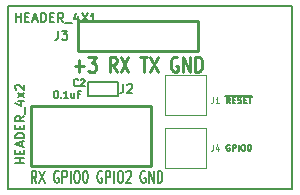
<source format=gbr>
G04 #@! TF.FileFunction,Legend,Top*
%FSLAX46Y46*%
G04 Gerber Fmt 4.6, Leading zero omitted, Abs format (unit mm)*
G04 Created by KiCad (PCBNEW 4.0.7) date 03/28/19 15:30:28*
%MOMM*%
%LPD*%
G01*
G04 APERTURE LIST*
%ADD10C,0.050000*%
%ADD11C,0.200000*%
%ADD12C,0.175000*%
%ADD13C,0.250000*%
%ADD14C,0.127000*%
%ADD15C,0.254000*%
%ADD16C,0.050800*%
%ADD17C,0.150000*%
%ADD18C,0.190500*%
%ADD19C,0.112500*%
G04 APERTURE END LIST*
D10*
D11*
X110000000Y-53000000D02*
X86000000Y-53000000D01*
X110000000Y-68500000D02*
X110000000Y-53000000D01*
X86000000Y-68500000D02*
X110000000Y-68500000D01*
X86000000Y-53000000D02*
X86000000Y-68500000D01*
D12*
X88383335Y-67952381D02*
X88150001Y-67476190D01*
X87983335Y-67952381D02*
X87983335Y-66952381D01*
X88250001Y-66952381D01*
X88316668Y-67000000D01*
X88350001Y-67047619D01*
X88383335Y-67142857D01*
X88383335Y-67285714D01*
X88350001Y-67380952D01*
X88316668Y-67428571D01*
X88250001Y-67476190D01*
X87983335Y-67476190D01*
X88616668Y-66952381D02*
X89083335Y-67952381D01*
X89083335Y-66952381D02*
X88616668Y-67952381D01*
X90250001Y-67000000D02*
X90183335Y-66952381D01*
X90083335Y-66952381D01*
X89983335Y-67000000D01*
X89916668Y-67095238D01*
X89883335Y-67190476D01*
X89850001Y-67380952D01*
X89850001Y-67523810D01*
X89883335Y-67714286D01*
X89916668Y-67809524D01*
X89983335Y-67904762D01*
X90083335Y-67952381D01*
X90150001Y-67952381D01*
X90250001Y-67904762D01*
X90283335Y-67857143D01*
X90283335Y-67523810D01*
X90150001Y-67523810D01*
X90583335Y-67952381D02*
X90583335Y-66952381D01*
X90850001Y-66952381D01*
X90916668Y-67000000D01*
X90950001Y-67047619D01*
X90983335Y-67142857D01*
X90983335Y-67285714D01*
X90950001Y-67380952D01*
X90916668Y-67428571D01*
X90850001Y-67476190D01*
X90583335Y-67476190D01*
X91283335Y-67952381D02*
X91283335Y-66952381D01*
X91750001Y-66952381D02*
X91883334Y-66952381D01*
X91950001Y-67000000D01*
X92016668Y-67095238D01*
X92050001Y-67285714D01*
X92050001Y-67619048D01*
X92016668Y-67809524D01*
X91950001Y-67904762D01*
X91883334Y-67952381D01*
X91750001Y-67952381D01*
X91683334Y-67904762D01*
X91616668Y-67809524D01*
X91583334Y-67619048D01*
X91583334Y-67285714D01*
X91616668Y-67095238D01*
X91683334Y-67000000D01*
X91750001Y-66952381D01*
X92483334Y-66952381D02*
X92550001Y-66952381D01*
X92616667Y-67000000D01*
X92650001Y-67047619D01*
X92683334Y-67142857D01*
X92716667Y-67333333D01*
X92716667Y-67571429D01*
X92683334Y-67761905D01*
X92650001Y-67857143D01*
X92616667Y-67904762D01*
X92550001Y-67952381D01*
X92483334Y-67952381D01*
X92416667Y-67904762D01*
X92383334Y-67857143D01*
X92350001Y-67761905D01*
X92316667Y-67571429D01*
X92316667Y-67333333D01*
X92350001Y-67142857D01*
X92383334Y-67047619D01*
X92416667Y-67000000D01*
X92483334Y-66952381D01*
X93916667Y-67000000D02*
X93850001Y-66952381D01*
X93750001Y-66952381D01*
X93650001Y-67000000D01*
X93583334Y-67095238D01*
X93550001Y-67190476D01*
X93516667Y-67380952D01*
X93516667Y-67523810D01*
X93550001Y-67714286D01*
X93583334Y-67809524D01*
X93650001Y-67904762D01*
X93750001Y-67952381D01*
X93816667Y-67952381D01*
X93916667Y-67904762D01*
X93950001Y-67857143D01*
X93950001Y-67523810D01*
X93816667Y-67523810D01*
X94250001Y-67952381D02*
X94250001Y-66952381D01*
X94516667Y-66952381D01*
X94583334Y-67000000D01*
X94616667Y-67047619D01*
X94650001Y-67142857D01*
X94650001Y-67285714D01*
X94616667Y-67380952D01*
X94583334Y-67428571D01*
X94516667Y-67476190D01*
X94250001Y-67476190D01*
X94950001Y-67952381D02*
X94950001Y-66952381D01*
X95416667Y-66952381D02*
X95550000Y-66952381D01*
X95616667Y-67000000D01*
X95683334Y-67095238D01*
X95716667Y-67285714D01*
X95716667Y-67619048D01*
X95683334Y-67809524D01*
X95616667Y-67904762D01*
X95550000Y-67952381D01*
X95416667Y-67952381D01*
X95350000Y-67904762D01*
X95283334Y-67809524D01*
X95250000Y-67619048D01*
X95250000Y-67285714D01*
X95283334Y-67095238D01*
X95350000Y-67000000D01*
X95416667Y-66952381D01*
X95983333Y-67047619D02*
X96016667Y-67000000D01*
X96083333Y-66952381D01*
X96250000Y-66952381D01*
X96316667Y-67000000D01*
X96350000Y-67047619D01*
X96383333Y-67142857D01*
X96383333Y-67238095D01*
X96350000Y-67380952D01*
X95950000Y-67952381D01*
X96383333Y-67952381D01*
X97583333Y-67000000D02*
X97516667Y-66952381D01*
X97416667Y-66952381D01*
X97316667Y-67000000D01*
X97250000Y-67095238D01*
X97216667Y-67190476D01*
X97183333Y-67380952D01*
X97183333Y-67523810D01*
X97216667Y-67714286D01*
X97250000Y-67809524D01*
X97316667Y-67904762D01*
X97416667Y-67952381D01*
X97483333Y-67952381D01*
X97583333Y-67904762D01*
X97616667Y-67857143D01*
X97616667Y-67523810D01*
X97483333Y-67523810D01*
X97916667Y-67952381D02*
X97916667Y-66952381D01*
X98316667Y-67952381D01*
X98316667Y-66952381D01*
X98650000Y-67952381D02*
X98650000Y-66952381D01*
X98816666Y-66952381D01*
X98916666Y-67000000D01*
X98983333Y-67095238D01*
X99016666Y-67190476D01*
X99050000Y-67380952D01*
X99050000Y-67523810D01*
X99016666Y-67714286D01*
X98983333Y-67809524D01*
X98916666Y-67904762D01*
X98816666Y-67952381D01*
X98650000Y-67952381D01*
D13*
X91642857Y-58092857D02*
X92404762Y-58092857D01*
X92023810Y-58588095D02*
X92023810Y-57597619D01*
X92785714Y-57288095D02*
X93404762Y-57288095D01*
X93071428Y-57783333D01*
X93214286Y-57783333D01*
X93309524Y-57845238D01*
X93357143Y-57907143D01*
X93404762Y-58030952D01*
X93404762Y-58340476D01*
X93357143Y-58464286D01*
X93309524Y-58526190D01*
X93214286Y-58588095D01*
X92928571Y-58588095D01*
X92833333Y-58526190D01*
X92785714Y-58464286D01*
X95166667Y-58588095D02*
X94833333Y-57969048D01*
X94595238Y-58588095D02*
X94595238Y-57288095D01*
X94976191Y-57288095D01*
X95071429Y-57350000D01*
X95119048Y-57411905D01*
X95166667Y-57535714D01*
X95166667Y-57721429D01*
X95119048Y-57845238D01*
X95071429Y-57907143D01*
X94976191Y-57969048D01*
X94595238Y-57969048D01*
X95500000Y-57288095D02*
X96166667Y-58588095D01*
X96166667Y-57288095D02*
X95500000Y-58588095D01*
X97166667Y-57288095D02*
X97738096Y-57288095D01*
X97452381Y-58588095D02*
X97452381Y-57288095D01*
X97976191Y-57288095D02*
X98642858Y-58588095D01*
X98642858Y-57288095D02*
X97976191Y-58588095D01*
X100309525Y-57350000D02*
X100214287Y-57288095D01*
X100071430Y-57288095D01*
X99928572Y-57350000D01*
X99833334Y-57473810D01*
X99785715Y-57597619D01*
X99738096Y-57845238D01*
X99738096Y-58030952D01*
X99785715Y-58278571D01*
X99833334Y-58402381D01*
X99928572Y-58526190D01*
X100071430Y-58588095D01*
X100166668Y-58588095D01*
X100309525Y-58526190D01*
X100357144Y-58464286D01*
X100357144Y-58030952D01*
X100166668Y-58030952D01*
X100785715Y-58588095D02*
X100785715Y-57288095D01*
X101357144Y-58588095D01*
X101357144Y-57288095D01*
X101833334Y-58588095D02*
X101833334Y-57288095D01*
X102071429Y-57288095D01*
X102214287Y-57350000D01*
X102309525Y-57473810D01*
X102357144Y-57597619D01*
X102404763Y-57845238D01*
X102404763Y-58030952D01*
X102357144Y-58278571D01*
X102309525Y-58402381D01*
X102214287Y-58526190D01*
X102071429Y-58588095D01*
X101833334Y-58588095D01*
D14*
X92750000Y-59430000D02*
X95250000Y-59430000D01*
X95270000Y-59430000D02*
X95270000Y-60570000D01*
X95250000Y-60570000D02*
X92750000Y-60570000D01*
X92730000Y-60570000D02*
X92730000Y-59430000D01*
D15*
X102080000Y-54230000D02*
X91920000Y-54230000D01*
X102080000Y-54230000D02*
X102080000Y-56770000D01*
X102080000Y-56785240D02*
X91920000Y-56785240D01*
X91920000Y-56785240D02*
X91920000Y-54224920D01*
X98080000Y-61460000D02*
X87920000Y-61460000D01*
X98080000Y-61460000D02*
X98080000Y-66540000D01*
X98080000Y-66555240D02*
X87920000Y-66555240D01*
X87920000Y-66540000D02*
X87920000Y-61460000D01*
D16*
X99300000Y-58800000D02*
X102700000Y-58800000D01*
X99300000Y-62200000D02*
X102700000Y-62200000D01*
X99300000Y-62200000D02*
X99300000Y-58800000D01*
X102700000Y-58800000D02*
X102700000Y-62200000D01*
X102700000Y-66700000D02*
X99300000Y-66700000D01*
X102700000Y-63300000D02*
X99300000Y-63300000D01*
X102700000Y-63300000D02*
X102700000Y-66700000D01*
X99300000Y-66700000D02*
X99300000Y-63300000D01*
D17*
X91900000Y-59714286D02*
X91871429Y-59742857D01*
X91785715Y-59771429D01*
X91728572Y-59771429D01*
X91642857Y-59742857D01*
X91585715Y-59685714D01*
X91557143Y-59628571D01*
X91528572Y-59514286D01*
X91528572Y-59428571D01*
X91557143Y-59314286D01*
X91585715Y-59257143D01*
X91642857Y-59200000D01*
X91728572Y-59171429D01*
X91785715Y-59171429D01*
X91871429Y-59200000D01*
X91900000Y-59228571D01*
X92128572Y-59228571D02*
X92157143Y-59200000D01*
X92214286Y-59171429D01*
X92357143Y-59171429D01*
X92414286Y-59200000D01*
X92442857Y-59228571D01*
X92471429Y-59285714D01*
X92471429Y-59342857D01*
X92442857Y-59428571D01*
X92100000Y-59771429D01*
X92471429Y-59771429D01*
X90014286Y-60171429D02*
X90071429Y-60171429D01*
X90128572Y-60200000D01*
X90157143Y-60228571D01*
X90185714Y-60285714D01*
X90214286Y-60400000D01*
X90214286Y-60542857D01*
X90185714Y-60657143D01*
X90157143Y-60714286D01*
X90128572Y-60742857D01*
X90071429Y-60771429D01*
X90014286Y-60771429D01*
X89957143Y-60742857D01*
X89928572Y-60714286D01*
X89900000Y-60657143D01*
X89871429Y-60542857D01*
X89871429Y-60400000D01*
X89900000Y-60285714D01*
X89928572Y-60228571D01*
X89957143Y-60200000D01*
X90014286Y-60171429D01*
X90471429Y-60714286D02*
X90500001Y-60742857D01*
X90471429Y-60771429D01*
X90442858Y-60742857D01*
X90471429Y-60714286D01*
X90471429Y-60771429D01*
X91071429Y-60771429D02*
X90728572Y-60771429D01*
X90900000Y-60771429D02*
X90900000Y-60171429D01*
X90842857Y-60257143D01*
X90785715Y-60314286D01*
X90728572Y-60342857D01*
X91585715Y-60371429D02*
X91585715Y-60771429D01*
X91328572Y-60371429D02*
X91328572Y-60685714D01*
X91357144Y-60742857D01*
X91414286Y-60771429D01*
X91500001Y-60771429D01*
X91557144Y-60742857D01*
X91585715Y-60714286D01*
X92071429Y-60457143D02*
X91871429Y-60457143D01*
X91871429Y-60771429D02*
X91871429Y-60171429D01*
X92157143Y-60171429D01*
D18*
X90246001Y-55082714D02*
X90246001Y-55627000D01*
X90209715Y-55735857D01*
X90137144Y-55808429D01*
X90028287Y-55844714D01*
X89955715Y-55844714D01*
X90536286Y-55082714D02*
X91008000Y-55082714D01*
X90754000Y-55373000D01*
X90862858Y-55373000D01*
X90935429Y-55409286D01*
X90971715Y-55445571D01*
X91008000Y-55518143D01*
X91008000Y-55699571D01*
X90971715Y-55772143D01*
X90935429Y-55808429D01*
X90862858Y-55844714D01*
X90645143Y-55844714D01*
X90572572Y-55808429D01*
X90536286Y-55772143D01*
X86625429Y-54344714D02*
X86625429Y-53582714D01*
X86625429Y-53945571D02*
X87060857Y-53945571D01*
X87060857Y-54344714D02*
X87060857Y-53582714D01*
X87423715Y-53945571D02*
X87677715Y-53945571D01*
X87786572Y-54344714D02*
X87423715Y-54344714D01*
X87423715Y-53582714D01*
X87786572Y-53582714D01*
X88076858Y-54127000D02*
X88439715Y-54127000D01*
X88004286Y-54344714D02*
X88258286Y-53582714D01*
X88512286Y-54344714D01*
X88766287Y-54344714D02*
X88766287Y-53582714D01*
X88947715Y-53582714D01*
X89056572Y-53619000D01*
X89129144Y-53691571D01*
X89165429Y-53764143D01*
X89201715Y-53909286D01*
X89201715Y-54018143D01*
X89165429Y-54163286D01*
X89129144Y-54235857D01*
X89056572Y-54308429D01*
X88947715Y-54344714D01*
X88766287Y-54344714D01*
X89528287Y-53945571D02*
X89782287Y-53945571D01*
X89891144Y-54344714D02*
X89528287Y-54344714D01*
X89528287Y-53582714D01*
X89891144Y-53582714D01*
X90653144Y-54344714D02*
X90399144Y-53981857D01*
X90217716Y-54344714D02*
X90217716Y-53582714D01*
X90508001Y-53582714D01*
X90580573Y-53619000D01*
X90616858Y-53655286D01*
X90653144Y-53727857D01*
X90653144Y-53836714D01*
X90616858Y-53909286D01*
X90580573Y-53945571D01*
X90508001Y-53981857D01*
X90217716Y-53981857D01*
X90798287Y-54417286D02*
X91378858Y-54417286D01*
X91886858Y-53836714D02*
X91886858Y-54344714D01*
X91705429Y-53546429D02*
X91524001Y-54090714D01*
X91995715Y-54090714D01*
X92213429Y-53582714D02*
X92721429Y-54344714D01*
X92721429Y-53582714D02*
X92213429Y-54344714D01*
X93410857Y-54344714D02*
X92975429Y-54344714D01*
X93193143Y-54344714D02*
X93193143Y-53582714D01*
X93120572Y-53691571D01*
X93048000Y-53764143D01*
X92975429Y-53800429D01*
X95746001Y-59582714D02*
X95746001Y-60127000D01*
X95709715Y-60235857D01*
X95637144Y-60308429D01*
X95528287Y-60344714D01*
X95455715Y-60344714D01*
X96072572Y-59655286D02*
X96108858Y-59619000D01*
X96181429Y-59582714D01*
X96362858Y-59582714D01*
X96435429Y-59619000D01*
X96471715Y-59655286D01*
X96508000Y-59727857D01*
X96508000Y-59800429D01*
X96471715Y-59909286D01*
X96036286Y-60344714D01*
X96508000Y-60344714D01*
X87344714Y-66320142D02*
X86582714Y-66320142D01*
X86945571Y-66320142D02*
X86945571Y-65884714D01*
X87344714Y-65884714D02*
X86582714Y-65884714D01*
X86945571Y-65521856D02*
X86945571Y-65267856D01*
X87344714Y-65158999D02*
X87344714Y-65521856D01*
X86582714Y-65521856D01*
X86582714Y-65158999D01*
X87127000Y-64868713D02*
X87127000Y-64505856D01*
X87344714Y-64941285D02*
X86582714Y-64687285D01*
X87344714Y-64433285D01*
X87344714Y-64179284D02*
X86582714Y-64179284D01*
X86582714Y-63997856D01*
X86619000Y-63888999D01*
X86691571Y-63816427D01*
X86764143Y-63780142D01*
X86909286Y-63743856D01*
X87018143Y-63743856D01*
X87163286Y-63780142D01*
X87235857Y-63816427D01*
X87308429Y-63888999D01*
X87344714Y-63997856D01*
X87344714Y-64179284D01*
X86945571Y-63417284D02*
X86945571Y-63163284D01*
X87344714Y-63054427D02*
X87344714Y-63417284D01*
X86582714Y-63417284D01*
X86582714Y-63054427D01*
X87344714Y-62292427D02*
X86981857Y-62546427D01*
X87344714Y-62727855D02*
X86582714Y-62727855D01*
X86582714Y-62437570D01*
X86619000Y-62364998D01*
X86655286Y-62328713D01*
X86727857Y-62292427D01*
X86836714Y-62292427D01*
X86909286Y-62328713D01*
X86945571Y-62364998D01*
X86981857Y-62437570D01*
X86981857Y-62727855D01*
X87417286Y-62147284D02*
X87417286Y-61566713D01*
X86836714Y-61058713D02*
X87344714Y-61058713D01*
X86546429Y-61240142D02*
X87090714Y-61421570D01*
X87090714Y-60949856D01*
X87344714Y-60732142D02*
X86836714Y-60332999D01*
X86836714Y-60732142D02*
X87344714Y-60332999D01*
X86655286Y-60078999D02*
X86619000Y-60042713D01*
X86582714Y-59970142D01*
X86582714Y-59788713D01*
X86619000Y-59716142D01*
X86655286Y-59679856D01*
X86727857Y-59643571D01*
X86800429Y-59643571D01*
X86909286Y-59679856D01*
X87344714Y-60115285D01*
X87344714Y-59643571D01*
D19*
X103350000Y-60721810D02*
X103350000Y-61084667D01*
X103328572Y-61157238D01*
X103285715Y-61205619D01*
X103221429Y-61229810D01*
X103178572Y-61229810D01*
X103800000Y-61229810D02*
X103542857Y-61229810D01*
X103671429Y-61229810D02*
X103671429Y-60721810D01*
X103628572Y-60794381D01*
X103585714Y-60842762D01*
X103542857Y-60866952D01*
D14*
X104762190Y-61229810D02*
X104592857Y-60987905D01*
X104471904Y-61229810D02*
X104471904Y-60721810D01*
X104665428Y-60721810D01*
X104713809Y-60746000D01*
X104738000Y-60770190D01*
X104762190Y-60818571D01*
X104762190Y-60891143D01*
X104738000Y-60939524D01*
X104713809Y-60963714D01*
X104665428Y-60987905D01*
X104471904Y-60987905D01*
X104979904Y-60963714D02*
X105149238Y-60963714D01*
X105221809Y-61229810D02*
X104979904Y-61229810D01*
X104979904Y-60721810D01*
X105221809Y-60721810D01*
X105415333Y-61205619D02*
X105487904Y-61229810D01*
X105608857Y-61229810D01*
X105657238Y-61205619D01*
X105681428Y-61181429D01*
X105705619Y-61133048D01*
X105705619Y-61084667D01*
X105681428Y-61036286D01*
X105657238Y-61012095D01*
X105608857Y-60987905D01*
X105512095Y-60963714D01*
X105463714Y-60939524D01*
X105439523Y-60915333D01*
X105415333Y-60866952D01*
X105415333Y-60818571D01*
X105439523Y-60770190D01*
X105463714Y-60746000D01*
X105512095Y-60721810D01*
X105633047Y-60721810D01*
X105705619Y-60746000D01*
X105923333Y-60963714D02*
X106092667Y-60963714D01*
X106165238Y-61229810D02*
X105923333Y-61229810D01*
X105923333Y-60721810D01*
X106165238Y-60721810D01*
X106310381Y-60721810D02*
X106600667Y-60721810D01*
X106455524Y-61229810D02*
X106455524Y-60721810D01*
X104350952Y-60634240D02*
X106649048Y-60634240D01*
D19*
X103350000Y-64721810D02*
X103350000Y-65084667D01*
X103328572Y-65157238D01*
X103285715Y-65205619D01*
X103221429Y-65229810D01*
X103178572Y-65229810D01*
X103757143Y-64891143D02*
X103757143Y-65229810D01*
X103650000Y-64697619D02*
X103542857Y-65060476D01*
X103821429Y-65060476D01*
D14*
X104750096Y-64746000D02*
X104701715Y-64721810D01*
X104629143Y-64721810D01*
X104556572Y-64746000D01*
X104508191Y-64794381D01*
X104484000Y-64842762D01*
X104459810Y-64939524D01*
X104459810Y-65012095D01*
X104484000Y-65108857D01*
X104508191Y-65157238D01*
X104556572Y-65205619D01*
X104629143Y-65229810D01*
X104677524Y-65229810D01*
X104750096Y-65205619D01*
X104774286Y-65181429D01*
X104774286Y-65012095D01*
X104677524Y-65012095D01*
X104992000Y-65229810D02*
X104992000Y-64721810D01*
X105185524Y-64721810D01*
X105233905Y-64746000D01*
X105258096Y-64770190D01*
X105282286Y-64818571D01*
X105282286Y-64891143D01*
X105258096Y-64939524D01*
X105233905Y-64963714D01*
X105185524Y-64987905D01*
X104992000Y-64987905D01*
X105500000Y-65229810D02*
X105500000Y-64721810D01*
X105838667Y-64721810D02*
X105935429Y-64721810D01*
X105983810Y-64746000D01*
X106032191Y-64794381D01*
X106056382Y-64891143D01*
X106056382Y-65060476D01*
X106032191Y-65157238D01*
X105983810Y-65205619D01*
X105935429Y-65229810D01*
X105838667Y-65229810D01*
X105790286Y-65205619D01*
X105741905Y-65157238D01*
X105717715Y-65060476D01*
X105717715Y-64891143D01*
X105741905Y-64794381D01*
X105790286Y-64746000D01*
X105838667Y-64721810D01*
X106370857Y-64721810D02*
X106419238Y-64721810D01*
X106467619Y-64746000D01*
X106491810Y-64770190D01*
X106516000Y-64818571D01*
X106540191Y-64915333D01*
X106540191Y-65036286D01*
X106516000Y-65133048D01*
X106491810Y-65181429D01*
X106467619Y-65205619D01*
X106419238Y-65229810D01*
X106370857Y-65229810D01*
X106322476Y-65205619D01*
X106298286Y-65181429D01*
X106274095Y-65133048D01*
X106249905Y-65036286D01*
X106249905Y-64915333D01*
X106274095Y-64818571D01*
X106298286Y-64770190D01*
X106322476Y-64746000D01*
X106370857Y-64721810D01*
M02*

</source>
